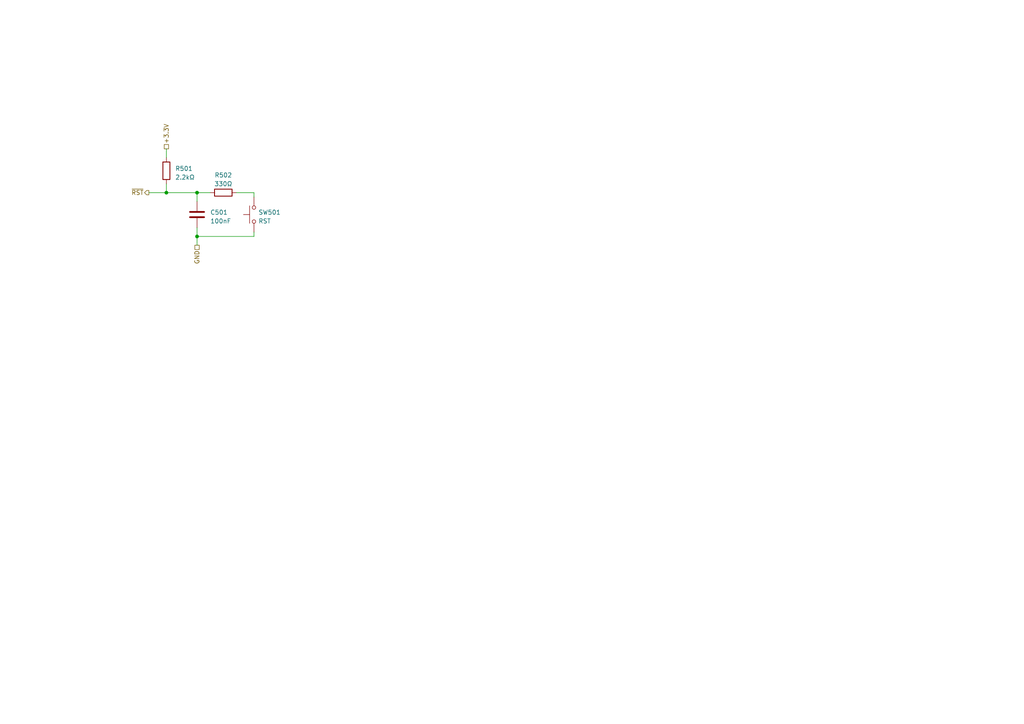
<source format=kicad_sch>
(kicad_sch (version 20230121) (generator eeschema)
  (paper "A4")
  (lib_symbols
    (symbol "Device:C" (pin_numbers hide) (pin_names (offset 0.254))
      (property "Reference" "C" (at 0.635 2.54 0))
      (property "Value" "C" (at 0.635 -2.54 0))
      (symbol "C_0_1"
        (polyline (pts (xy -2.032 -0.762) (xy 2.032 -0.762)) (stroke (width 0.508)))
        (polyline (pts (xy -2.032 0.762) (xy 2.032 0.762)) (stroke (width 0.508)))
      )
      (symbol "C_1_1"
        (pin passive line (at 0 3.81 270) (length 2.794) (name "~") (number "1"))
        (pin passive line (at 0 -3.81 90) (length 2.794) (name "~") (number "2"))
      )
    )
    (symbol "Device:R" (pin_numbers hide) (pin_names (offset 0))
      (property "Reference" "R" (at 2.032 0 90))
      (property "Value" "R" (at 0 0 90))
      (symbol "R_0_1"
        (rectangle (start -1.016 -2.54) (end 1.016 2.54) (stroke (width 0.254)))
      )
      (symbol "R_1_1"
        (pin passive line (at 0 3.81 270) (length 1.27) (name "~") (number "1"))
        (pin passive line (at 0 -3.81 90) (length 1.27) (name "~") (number "2"))
      )
    )
    (symbol "Switch:SW_Push" (pin_numbers hide) (pin_names (offset 1.016) hide)
      (property "Reference" "SW" (at 1.27 2.54 0))
      (property "Value" "SW_Push" (at 0 -1.524 0))
      (symbol "SW_Push_0_1"
        (circle (center -2.032 0) (radius 0.508))
        (polyline (pts (xy 0 1.27) (xy 0 3.048)))
        (polyline (pts (xy 2.54 1.27) (xy -2.54 1.27)))
        (circle (center 2.032 0) (radius 0.508))
        (pin passive line (at -5.08 0 0) (length 2.54) (name "1") (number "1"))
        (pin passive line (at 5.08 0 180) (length 2.54) (name "2") (number "2"))
      )
    )
  )
  (junction (at 57.15 55.88))
  (junction (at 57.15 68.58))
  (junction (at 48.26 55.88))
  (wire (pts (xy 48.26 53.34) (xy 48.26 55.88)))
  (wire (pts (xy 48.26 43.18) (xy 48.26 45.72)))
  (wire (pts (xy 57.15 55.88) (xy 60.96 55.88)))
  (wire (pts (xy 57.15 68.58) (xy 73.66 68.58)))
  (wire (pts (xy 57.15 55.88) (xy 57.15 58.42)))
  (wire (pts (xy 48.26 55.88) (xy 57.15 55.88)))
  (wire (pts (xy 57.15 68.58) (xy 57.15 71.12)))
  (wire (pts (xy 57.15 66.04) (xy 57.15 68.58)))
  (wire (pts (xy 68.58 55.88) (xy 73.66 55.88)))
  (wire (pts (xy 73.66 55.88) (xy 73.66 57.15)))
  (wire (pts (xy 43.18 55.88) (xy 48.26 55.88)))
  (wire (pts (xy 73.66 67.31) (xy 73.66 68.58)))
  (hierarchical_label "~{RST}" (shape output) (at 43.18 55.88 180))
  (hierarchical_label "GND" (shape passive) (at 57.15 71.12 270))
  (hierarchical_label "+3.3V" (shape passive) (at 48.26 43.18 90))
  (symbol (lib_id "Device:R") (at 64.77 55.88 90) (unit 1)
    (property "Reference" "R502" (at 64.77 50.8 90))
    (property "Value" "330Ω" (at 64.77 53.34 90))
    (property "Footprint" "Resistor_SMD:R_0402_1005Metric" (effects hide))
    (property "LCSC" "C25104" (effects hide))
    (instances (project "bigredbutton" (path "" (reference "R502") (unit 1))) (project "microcontroller_reset" (path "" (reference "R502") (unit 1))) (project "eprom5vread" (path "" (reference "R3") (unit 1))))
  )
  (symbol (lib_id "Switch:SW_Push") (at 73.66 62.23 90) (unit 1)
    (property "Reference" "SW501" (at 74.93 61.595 90) (effects (justify right)))
    (property "Value" "RST" (at 74.93 64.135 90) (effects (justify right)))
    (property "Footprint" "Button_Switch_SMD:SW_Push_1P1T_XKB_TS-1187A" (effects hide))
    (property "LCSC" "C318884" (effects hide))
    (instances (project "bigredbutton" (path "" (reference "SW501") (unit 1))) (project "microcontroller_reset" (path "" (reference "SW501") (unit 1))) (project "eprom5vread" (path "" (reference "SW1") (unit 1))))
  )
  (symbol (lib_id "Device:C") (at 57.15 62.23 180) (unit 1)
    (property "Reference" "C501" (at 60.96 61.595 0) (effects (justify right)))
    (property "Value" "100nF" (at 60.96 64.135 0) (effects (justify right)))
    (property "Footprint" "Capacitor_SMD:C_0402_1005Metric" (effects hide))
    (property "LCSC" "C307331" (effects hide))
    (instances (project "bigredbutton" (path "" (reference "C501") (unit 1))) (project "microcontroller_reset" (path "" (reference "C501") (unit 1))) (project "eprom5vread" (path "" (reference "C21") (unit 1))))
  )
  (symbol (lib_id "Device:R") (at 48.26 49.53 180) (unit 1)
    (property "Reference" "R501" (at 50.8 48.895 0) (effects (justify right)))
    (property "Value" "2.2kΩ" (at 50.8 51.435 0) (effects (justify right)))
    (property "Footprint" "Resistor_SMD:R_0402_1005Metric" (effects hide))
    (property "LCSC" "C25879" (effects hide))
    (instances (project "bigredbutton" (path "" (reference "R501") (unit 1))) (project "microcontroller_reset" (path "" (reference "R501") (unit 1))) (project "eprom5vread" (path "" (reference "R2") (unit 1))))
  )
)
</source>
